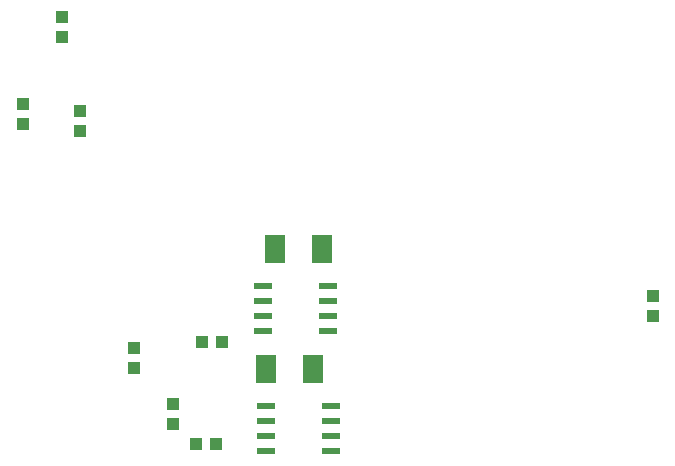
<source format=gtp>
G75*
%MOIN*%
%OFA0B0*%
%FSLAX24Y24*%
%IPPOS*%
%LPD*%
%AMOC8*
5,1,8,0,0,1.08239X$1,22.5*
%
%ADD10R,0.0433X0.0394*%
%ADD11R,0.0600X0.0240*%
%ADD12R,0.0394X0.0433*%
%ADD13R,0.0709X0.0945*%
D10*
X009200Y018718D03*
X009200Y019387D03*
X007900Y020568D03*
X007900Y021237D03*
X006100Y028468D03*
X006100Y029137D03*
X004200Y029387D03*
X004200Y028718D03*
X005500Y031618D03*
X005500Y032287D03*
X025200Y022987D03*
X025200Y022318D03*
D11*
X012320Y017802D03*
X012320Y018302D03*
X012320Y018802D03*
X012320Y019302D03*
X014480Y019302D03*
X014480Y018802D03*
X014480Y018302D03*
X014480Y017802D03*
X014380Y021802D03*
X014380Y022302D03*
X014380Y022802D03*
X014380Y023302D03*
X012220Y023302D03*
X012220Y022802D03*
X012220Y022302D03*
X012220Y021802D03*
D12*
X010835Y021452D03*
X010165Y021452D03*
X009965Y018052D03*
X010635Y018052D03*
D13*
X012303Y020552D03*
X013897Y020552D03*
X014197Y024552D03*
X012603Y024552D03*
M02*

</source>
